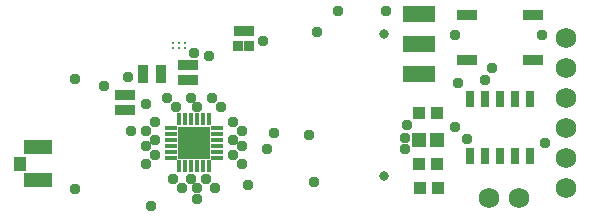
<source format=gbr>
G04 EAGLE Gerber RS-274X export*
G75*
%MOMM*%
%FSLAX34Y34*%
%LPD*%
%INSoldermask Top*%
%IPPOS*%
%AMOC8*
5,1,8,0,0,1.08239X$1,22.5*%
G01*
%ADD10R,0.823200X0.823200*%
%ADD11C,0.803200*%
%ADD12C,1.727200*%
%ADD13R,1.003200X1.003200*%
%ADD14C,0.325000*%
%ADD15R,0.406400X1.016000*%
%ADD16R,1.016000X0.406400*%
%ADD17R,2.794000X2.794000*%
%ADD18R,0.711200X1.473200*%
%ADD19R,2.403200X1.253200*%
%ADD20R,1.003200X1.203200*%
%ADD21R,1.727200X0.965200*%
%ADD22R,1.153200X1.203200*%
%ADD23R,2.743200X1.473200*%
%ADD24R,0.953200X1.603200*%
%ADD25C,0.959600*%


D10*
X202294Y155222D03*
X211294Y155222D03*
X203018Y168148D03*
X212018Y168148D03*
D11*
X325780Y165440D03*
X325780Y45440D03*
D12*
X414480Y26580D03*
X439880Y26580D03*
D13*
X371680Y34780D03*
X356680Y34780D03*
D14*
X147240Y158320D03*
X147240Y153320D03*
X152240Y158320D03*
X152240Y153320D03*
X157240Y158320D03*
X157240Y153320D03*
D15*
X177800Y93345D03*
X172720Y93345D03*
X167640Y93345D03*
X162560Y93345D03*
X157480Y93345D03*
X152400Y93345D03*
D16*
X145415Y86360D03*
X145415Y81280D03*
X145415Y76200D03*
X145415Y71120D03*
X145415Y66040D03*
X145415Y60960D03*
D15*
X152400Y53975D03*
X157480Y53975D03*
X162560Y53975D03*
X167640Y53975D03*
X172720Y53975D03*
X177800Y53975D03*
D16*
X184785Y60960D03*
X184785Y66040D03*
X184785Y71120D03*
X184785Y76200D03*
X184785Y81280D03*
X184785Y86360D03*
D17*
X165100Y73660D03*
D12*
X480060Y86360D03*
X480060Y111760D03*
X480060Y35560D03*
X480060Y60960D03*
X480060Y137160D03*
X480060Y162560D03*
D18*
X398780Y62230D03*
X398780Y110490D03*
X411480Y62230D03*
X411480Y110490D03*
X424180Y62230D03*
X424180Y110490D03*
X436880Y62230D03*
X436880Y110490D03*
X449580Y62230D03*
X449580Y110490D03*
D19*
X33020Y42130D03*
X33020Y69630D03*
D20*
X17770Y55880D03*
D21*
X396240Y181610D03*
X452120Y181610D03*
X396240Y143510D03*
X452120Y143510D03*
D13*
X370720Y55880D03*
X355720Y55880D03*
X370720Y99060D03*
X355720Y99060D03*
D22*
X355220Y76200D03*
X371220Y76200D03*
D23*
X355600Y182880D03*
X355600Y157480D03*
X355600Y132080D03*
D10*
X164520Y139700D03*
X155520Y139700D03*
X164520Y127000D03*
X155520Y127000D03*
D24*
X136840Y132080D03*
X122240Y132080D03*
D10*
X111180Y114300D03*
X102180Y114300D03*
X111180Y101600D03*
X102180Y101600D03*
D25*
X167640Y104140D03*
X287020Y185420D03*
X327660Y185420D03*
X165100Y149860D03*
X459740Y165100D03*
X111760Y83820D03*
X109220Y129540D03*
X210820Y38100D03*
X386080Y165100D03*
X462280Y73660D03*
X388620Y124460D03*
X345440Y88900D03*
X223520Y160020D03*
X269240Y167640D03*
X266700Y40640D03*
X162560Y111760D03*
X411480Y127000D03*
X89154Y121158D03*
X262128Y80010D03*
X64770Y127254D03*
X175260Y43180D03*
X233172Y81534D03*
X182880Y35560D03*
X227076Y67818D03*
X162560Y43180D03*
X343662Y68580D03*
X198120Y76200D03*
X205740Y83820D03*
X386334Y86868D03*
X396240Y76962D03*
X64770Y34290D03*
X154940Y35560D03*
X167640Y25908D03*
X417576Y137160D03*
X147320Y43180D03*
X128778Y19812D03*
X167640Y35560D03*
X343662Y77724D03*
X132080Y91440D03*
X177800Y147320D03*
X205740Y55880D03*
X198120Y63500D03*
X205740Y71120D03*
X198120Y91440D03*
X124460Y55880D03*
X132080Y63500D03*
X124460Y71120D03*
X132080Y76200D03*
X124460Y83820D03*
X142240Y111760D03*
X124460Y106680D03*
X149860Y104140D03*
X180340Y111760D03*
X187960Y104140D03*
M02*

</source>
